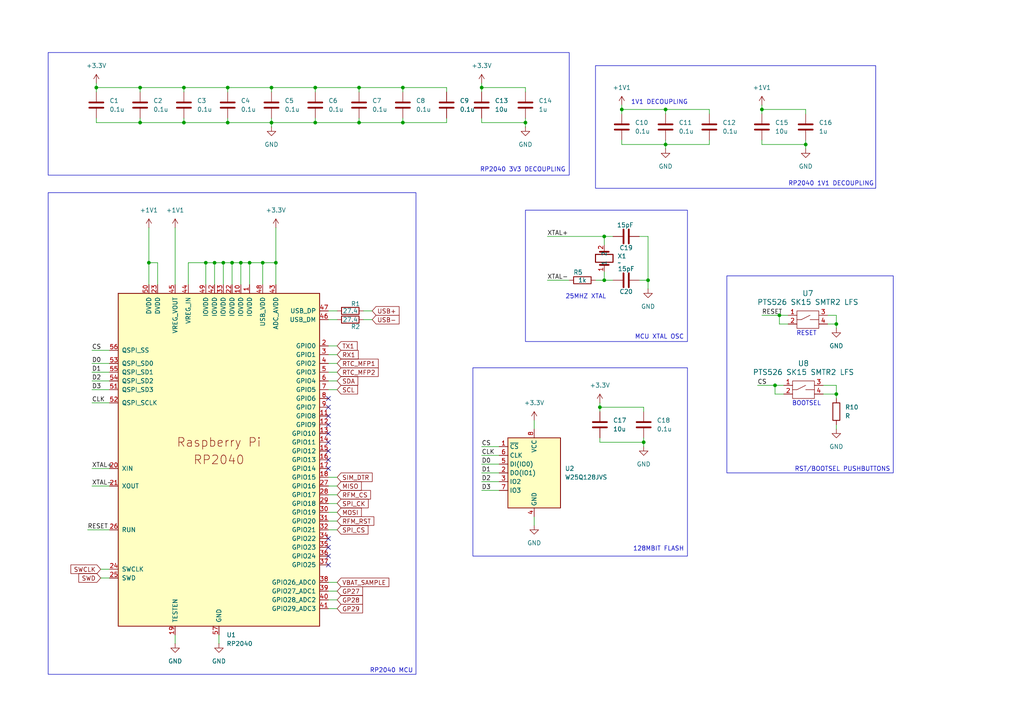
<source format=kicad_sch>
(kicad_sch (version 20231120) (generator "eeschema") (generator_version "8.0")
  (paper "A4")
  (lib_symbols
    (symbol "2024-05-28_14-35-54:PTS526_SK15_SMTR2_LFS" (pin_names (offset 0.254))
      (property "Reference" "U" (at 20.32 10.16 0))
      (property "Value" "PTS526 SK15 SMTR2 LFS" (at 20.32 7.62 0))
      (symbol "PTS526_SK15_SMTR2_LFS_1_1"
        (rectangle (start -3.81 1.27) (end 2.54 -3.81))
        (polyline (pts (xy -3.81 -1.27) (xy -2.54 -1.27)))
        (polyline (pts (xy -2.54 -1.27) (xy 0 0)))
        (polyline (pts (xy 2.54 -1.27) (xy 0 -1.27)))
        (pin passive line (at -6.35 0 0) (length 2.54) (name "") (number "1"))
        (pin passive line (at -6.35 -2.54 0) (length 2.54) (name "") (number "2"))
        (pin passive line (at 5.08 0 180) (length 2.54) (name "") (number "3"))
        (pin passive line (at 5.08 -2.54 180) (length 2.54) (name "") (number "4"))
      )
    )
    (symbol "Device:C" (pin_numbers hide) (pin_names (offset 0.254))
      (property "Reference" "C" (at 0.635 2.54 0))
      (property "Value" "C" (at 0.635 -2.54 0))
      (symbol "C_0_1"
        (polyline (pts (xy -2.032 -0.762) (xy 2.032 -0.762)) (stroke (width 0.508)))
        (polyline (pts (xy -2.032 0.762) (xy 2.032 0.762)) (stroke (width 0.508)))
      )
      (symbol "C_1_1"
        (pin passive line (at 0 3.81 270) (length 2.794) (name "~") (number "1"))
        (pin passive line (at 0 -3.81 90) (length 2.794) (name "~") (number "2"))
      )
    )
    (symbol "Device:R" (pin_numbers hide) (pin_names (offset 0))
      (property "Reference" "R" (at 2.032 0 90))
      (property "Value" "R" (at 0 0 90))
      (symbol "R_0_1"
        (rectangle (start -1.016 -2.54) (end 1.016 2.54) (stroke (width 0.254)))
      )
      (symbol "R_1_1"
        (pin passive line (at 0 3.81 270) (length 1.27) (name "~") (number "1"))
        (pin passive line (at 0 -3.81 90) (length 1.27) (name "~") (number "2"))
      )
    )
    (symbol "Device:XTAL-445"
      (property "Reference" "X" (at 0 0 0))
      (symbol "XTAL-445_0_1"
        (rectangle (start -1.143 -1.27) (end 1.143 -6.35) (stroke (width 0.3048)))
        (polyline (pts (xy -2.54 -3.81) (xy -1.905 -3.81)))
        (polyline (pts (xy -1.905 -5.08) (xy -1.905 -2.54)) (stroke (width 0.508)))
        (polyline (pts (xy 1.905 -5.08) (xy 1.905 -2.54)) (stroke (width 0.508)))
        (polyline (pts (xy 2.54 -3.81) (xy 1.905 -3.81)))
      )
      (symbol "XTAL-445_1_1"
        (pin passive line (at -3.81 -3.81 0) (length 1.27) (name "1") (number "1"))
        (pin passive line (at 3.81 -3.81 180) (length 1.27) (name "2") (number "2"))
      )
    )
    (symbol "MCU_RaspberryPi_RP2040:RP2040" (pin_names (offset 1.016))
      (property "Reference" "U" (at -29.21 49.53 0))
      (property "Value" "RP2040" (at 24.13 -49.53 0))
      (symbol "RP2040_0_0"
        (text "Raspberry Pi" (at 0 5.08 0) (effects (font (size 2.54 2.54))))
        (text "RP2040" (at 0 0 0) (effects (font (size 2.54 2.54))))
      )
      (symbol "RP2040_0_1"
        (rectangle (start 29.21 48.26) (end -29.21 -48.26) (stroke (width 0.254)) (fill (type background)))
      )
      (symbol "RP2040_1_1"
        (pin power_in line (at 8.89 50.8 270) (length 2.54) (name "IOVDD") (number "1"))
        (pin power_in line (at 6.35 50.8 270) (length 2.54) (name "IOVDD") (number "10"))
        (pin bidirectional line (at 31.75 12.7 180) (length 2.54) (name "GPIO8") (number "11"))
        (pin bidirectional line (at 31.75 10.16 180) (length 2.54) (name "GPIO9") (number "12"))
        (pin bidirectional line (at 31.75 7.62 180) (length 2.54) (name "GPIO10") (number "13"))
        (pin bidirectional line (at 31.75 5.08 180) (length 2.54) (name "GPIO11") (number "14"))
        (pin bidirectional line (at 31.75 2.54 180) (length 2.54) (name "GPIO12") (number "15"))
        (pin bidirectional line (at 31.75 0 180) (length 2.54) (name "GPIO13") (number "16"))
        (pin bidirectional line (at 31.75 -2.54 180) (length 2.54) (name "GPIO14") (number "17"))
        (pin bidirectional line (at 31.75 -5.08 180) (length 2.54) (name "GPIO15") (number "18"))
        (pin passive line (at -12.7 -50.8 90) (length 2.54) (name "TESTEN") (number "19"))
        (pin bidirectional line (at 31.75 33.02 180) (length 2.54) (name "GPIO0") (number "2"))
        (pin input line (at -31.75 -2.54 0) (length 2.54) (name "XIN") (number "20"))
        (pin passive line (at -31.75 -7.62 0) (length 2.54) (name "XOUT") (number "21"))
        (pin power_in line (at 3.81 50.8 270) (length 2.54) (name "IOVDD") (number "22"))
        (pin power_in line (at -17.78 50.8 270) (length 2.54) (name "DVDD") (number "23"))
        (pin output line (at -31.75 -31.75 0) (length 2.54) (name "SWCLK") (number "24"))
        (pin bidirectional line (at -31.75 -34.29 0) (length 2.54) (name "SWD") (number "25"))
        (pin input line (at -31.75 -20.32 0) (length 2.54) (name "RUN") (number "26"))
        (pin bidirectional line (at 31.75 -7.62 180) (length 2.54) (name "GPIO16") (number "27"))
        (pin bidirectional line (at 31.75 -10.16 180) (length 2.54) (name "GPIO17") (number "28"))
        (pin bidirectional line (at 31.75 -12.7 180) (length 2.54) (name "GPIO18") (number "29"))
        (pin bidirectional line (at 31.75 30.48 180) (length 2.54) (name "GPIO1") (number "3"))
        (pin bidirectional line (at 31.75 -15.24 180) (length 2.54) (name "GPIO19") (number "30"))
        (pin bidirectional line (at 31.75 -17.78 180) (length 2.54) (name "GPIO20") (number "31"))
        (pin bidirectional line (at 31.75 -20.32 180) (length 2.54) (name "GPIO21") (number "32"))
        (pin power_in line (at 1.27 50.8 270) (length 2.54) (name "IOVDD") (number "33"))
        (pin bidirectional line (at 31.75 -22.86 180) (length 2.54) (name "GPIO22") (number "34"))
        (pin bidirectional line (at 31.75 -25.4 180) (length 2.54) (name "GPIO23") (number "35"))
        (pin bidirectional line (at 31.75 -27.94 180) (length 2.54) (name "GPIO24") (number "36"))
        (pin bidirectional line (at 31.75 -30.48 180) (length 2.54) (name "GPIO25") (number "37"))
        (pin bidirectional line (at 31.75 -35.56 180) (length 2.54) (name "GPIO26_ADC0") (number "38"))
        (pin bidirectional line (at 31.75 -38.1 180) (length 2.54) (name "GPIO27_ADC1") (number "39"))
        (pin bidirectional line (at 31.75 27.94 180) (length 2.54) (name "GPIO2") (number "4"))
        (pin bidirectional line (at 31.75 -40.64 180) (length 2.54) (name "GPIO28_ADC2") (number "40"))
        (pin bidirectional line (at 31.75 -43.18 180) (length 2.54) (name "GPIO29_ADC3") (number "41"))
        (pin power_in line (at -1.27 50.8 270) (length 2.54) (name "IOVDD") (number "42"))
        (pin power_in line (at 16.51 50.8 270) (length 2.54) (name "ADC_AVDD") (number "43"))
        (pin power_in line (at -8.89 50.8 270) (length 2.54) (name "VREG_IN") (number "44"))
        (pin power_out line (at -12.7 50.8 270) (length 2.54) (name "VREG_VOUT") (number "45"))
        (pin bidirectional line (at 31.75 40.64 180) (length 2.54) (name "USB_DM") (number "46"))
        (pin bidirectional line (at 31.75 43.18 180) (length 2.54) (name "USB_DP") (number "47"))
        (pin power_in line (at 12.7 50.8 270) (length 2.54) (name "USB_VDD") (number "48"))
        (pin power_in line (at -3.81 50.8 270) (length 2.54) (name "IOVDD") (number "49"))
        (pin bidirectional line (at 31.75 25.4 180) (length 2.54) (name "GPIO3") (number "5"))
        (pin power_in line (at -20.32 50.8 270) (length 2.54) (name "DVDD") (number "50"))
        (pin bidirectional line (at -31.75 20.32 0) (length 2.54) (name "QSPI_SD3") (number "51"))
        (pin output line (at -31.75 16.51 0) (length 2.54) (name "QSPI_SCLK") (number "52"))
        (pin bidirectional line (at -31.75 27.94 0) (length 2.54) (name "QSPI_SD0") (number "53"))
        (pin bidirectional line (at -31.75 22.86 0) (length 2.54) (name "QSPI_SD2") (number "54"))
        (pin bidirectional line (at -31.75 25.4 0) (length 2.54) (name "QSPI_SD1") (number "55"))
        (pin bidirectional line (at -31.75 31.75 0) (length 2.54) (name "QSPI_SS") (number "56"))
        (pin power_in line (at 0 -50.8 90) (length 2.54) (name "GND") (number "57"))
        (pin bidirectional line (at 31.75 22.86 180) (length 2.54) (name "GPIO4") (number "6"))
        (pin bidirectional line (at 31.75 20.32 180) (length 2.54) (name "GPIO5") (number "7"))
        (pin bidirectional line (at 31.75 17.78 180) (length 2.54) (name "GPIO6") (number "8"))
        (pin bidirectional line (at 31.75 15.24 180) (length 2.54) (name "GPIO7") (number "9"))
      )
    )
    (symbol "Memory_Flash:W25Q128JVS"
      (property "Reference" "U" (at -8.89 8.89 0))
      (property "Value" "W25Q128JVS" (at 7.62 8.89 0))
      (symbol "W25Q128JVS_0_1"
        (rectangle (start -7.62 10.16) (end 7.62 -10.16) (stroke (width 0.254)) (fill (type background)))
      )
      (symbol "W25Q128JVS_1_1"
        (pin input line (at -10.16 7.62 0) (length 2.54) (name "~{CS}") (number "1"))
        (pin bidirectional line (at -10.16 0 0) (length 2.54) (name "DO(IO1)") (number "2"))
        (pin bidirectional line (at -10.16 -2.54 0) (length 2.54) (name "IO2") (number "3"))
        (pin power_in line (at 0 -12.7 90) (length 2.54) (name "GND") (number "4"))
        (pin bidirectional line (at -10.16 2.54 0) (length 2.54) (name "DI(IO0)") (number "5"))
        (pin input line (at -10.16 5.08 0) (length 2.54) (name "CLK") (number "6"))
        (pin bidirectional line (at -10.16 -5.08 0) (length 2.54) (name "IO3") (number "7"))
        (pin power_in line (at 0 12.7 270) (length 2.54) (name "VCC") (number "8"))
      )
    )
    (symbol "power:+1V1" (power) (pin_numbers hide) (pin_names (offset 0) hide)
      (property "Value" "+1V1" (at 0 3.556 0))
      (symbol "+1V1_0_1"
        (polyline (pts (xy -0.762 1.27) (xy 0 2.54)))
        (polyline (pts (xy 0 0) (xy 0 2.54)))
        (polyline (pts (xy 0 2.54) (xy 0.762 1.27)))
      )
      (symbol "+1V1_1_1"
        (pin power_in line (at 0 0 90) (length 0) (name "~") (number "1"))
      )
    )
    (symbol "power:+3.3V" (power) (pin_numbers hide) (pin_names (offset 0) hide)
      (property "Value" "+3.3V" (at 0 3.556 0))
      (symbol "+3.3V_0_1"
        (polyline (pts (xy -0.762 1.27) (xy 0 2.54)))
        (polyline (pts (xy 0 0) (xy 0 2.54)))
        (polyline (pts (xy 0 2.54) (xy 0.762 1.27)))
      )
      (symbol "+3.3V_1_1"
        (pin power_in line (at 0 0 90) (length 0) (name "~") (number "1"))
      )
    )
    (symbol "power:GND" (power) (pin_numbers hide) (pin_names (offset 0) hide)
      (property "Value" "GND" (at 0 -3.81 0))
      (symbol "GND_0_1"
        (polyline (pts (xy 0 0) (xy 0 -1.27) (xy 1.27 -1.27) (xy 0 -2.54) (xy -1.27 -1.27) (xy 0 -1.27)))
      )
      (symbol "GND_1_1"
        (pin power_in line (at 0 0 270) (length 0) (name "~") (number "1"))
      )
    )
  )
  (junction (at 173.99 118.11))
  (junction (at 53.34 35.56))
  (junction (at 66.04 35.56))
  (junction (at 193.04 41.91))
  (junction (at 152.4 35.56))
  (junction (at 233.68 41.91))
  (junction (at 76.2 76.2))
  (junction (at 242.57 114.3))
  (junction (at 116.84 25.4))
  (junction (at 224.79 111.76))
  (junction (at 27.94 25.4))
  (junction (at 193.04 31.75))
  (junction (at 187.96 81.28))
  (junction (at 78.74 25.4))
  (junction (at 104.14 25.4))
  (junction (at 139.7 25.4))
  (junction (at 40.64 25.4))
  (junction (at 80.01 76.2))
  (junction (at 186.69 128.27))
  (junction (at 220.98 31.75))
  (junction (at 72.39 76.2))
  (junction (at 242.57 93.98))
  (junction (at 104.14 35.56))
  (junction (at 175.26 81.28))
  (junction (at 91.44 35.56))
  (junction (at 43.18 76.2))
  (junction (at 69.85 76.2))
  (junction (at 91.44 25.4))
  (junction (at 53.34 25.4))
  (junction (at 64.77 76.2))
  (junction (at 59.69 76.2))
  (junction (at 40.64 35.56))
  (junction (at 226.06 91.44))
  (junction (at 116.84 35.56))
  (junction (at 78.74 35.56))
  (junction (at 62.23 76.2))
  (junction (at 66.04 25.4))
  (junction (at 180.34 31.75))
  (junction (at 67.31 76.2))
  (junction (at 175.26 68.58))
  (no_connect (at 95.25 133.35))
  (no_connect (at 95.25 120.65))
  (no_connect (at 95.25 115.57))
  (no_connect (at 95.25 130.81))
  (no_connect (at 95.25 135.89))
  (no_connect (at 95.25 125.73))
  (no_connect (at 95.25 128.27))
  (no_connect (at 95.25 156.21))
  (no_connect (at 95.25 161.29))
  (no_connect (at 95.25 163.83))
  (no_connect (at 95.25 118.11))
  (no_connect (at 95.25 158.75))
  (no_connect (at 95.25 123.19))
  (wire (pts (xy 27.94 35.56) (xy 27.94 34.29)))
  (wire (pts (xy 76.2 82.55) (xy 76.2 76.2)))
  (wire (pts (xy 186.69 128.27) (xy 186.69 129.54)))
  (wire (pts (xy 242.57 123.19) (xy 242.57 124.46)))
  (wire (pts (xy 27.94 24.13) (xy 27.94 25.4)))
  (wire (pts (xy 193.04 40.64) (xy 193.04 41.91)))
  (wire (pts (xy 53.34 25.4) (xy 66.04 25.4)))
  (wire (pts (xy 67.31 76.2) (xy 69.85 76.2)))
  (wire (pts (xy 95.25 168.91) (xy 97.79 168.91)))
  (wire (pts (xy 27.94 25.4) (xy 40.64 25.4)))
  (wire (pts (xy 172.72 81.28) (xy 175.26 81.28)))
  (wire (pts (xy 95.25 146.05) (xy 97.79 146.05)))
  (wire (pts (xy 193.04 41.91) (xy 193.04 43.18)))
  (wire (pts (xy 139.7 35.56) (xy 152.4 35.56)))
  (wire (pts (xy 180.34 33.02) (xy 180.34 31.75)))
  (wire (pts (xy 91.44 35.56) (xy 78.74 35.56)))
  (wire (pts (xy 240.03 93.98) (xy 242.57 93.98)))
  (wire (pts (xy 187.96 81.28) (xy 185.42 81.28)))
  (wire (pts (xy 175.26 68.58) (xy 177.8 68.58)))
  (wire (pts (xy 95.25 153.67) (xy 97.79 153.67)))
  (wire (pts (xy 91.44 34.29) (xy 91.44 35.56)))
  (wire (pts (xy 78.74 34.29) (xy 78.74 35.56)))
  (wire (pts (xy 129.54 34.29) (xy 129.54 35.56)))
  (wire (pts (xy 59.69 76.2) (xy 59.69 82.55)))
  (wire (pts (xy 72.39 76.2) (xy 76.2 76.2)))
  (wire (pts (xy 62.23 76.2) (xy 62.23 82.55)))
  (wire (pts (xy 69.85 82.55) (xy 69.85 76.2)))
  (wire (pts (xy 219.71 111.76) (xy 224.79 111.76)))
  (wire (pts (xy 220.98 30.48) (xy 220.98 31.75)))
  (wire (pts (xy 40.64 25.4) (xy 53.34 25.4)))
  (wire (pts (xy 180.34 31.75) (xy 193.04 31.75)))
  (wire (pts (xy 78.74 35.56) (xy 66.04 35.56)))
  (wire (pts (xy 173.99 118.11) (xy 173.99 119.38)))
  (wire (pts (xy 116.84 25.4) (xy 116.84 26.67)))
  (wire (pts (xy 104.14 34.29) (xy 104.14 35.56)))
  (wire (pts (xy 104.14 25.4) (xy 104.14 26.67)))
  (wire (pts (xy 26.67 110.49) (xy 31.75 110.49)))
  (wire (pts (xy 242.57 111.76) (xy 242.57 114.3)))
  (wire (pts (xy 43.18 66.04) (xy 43.18 76.2)))
  (wire (pts (xy 95.25 148.59) (xy 97.79 148.59)))
  (wire (pts (xy 25.4 153.67) (xy 31.75 153.67)))
  (wire (pts (xy 80.01 66.04) (xy 80.01 76.2)))
  (wire (pts (xy 76.2 76.2) (xy 80.01 76.2)))
  (wire (pts (xy 139.7 132.08) (xy 144.78 132.08)))
  (wire (pts (xy 78.74 25.4) (xy 78.74 26.67)))
  (wire (pts (xy 104.14 35.56) (xy 91.44 35.56)))
  (wire (pts (xy 242.57 114.3) (xy 242.57 115.57)))
  (wire (pts (xy 50.8 184.15) (xy 50.8 186.69)))
  (wire (pts (xy 238.76 114.3) (xy 242.57 114.3)))
  (wire (pts (xy 228.6 93.98) (xy 226.06 93.98)))
  (wire (pts (xy 95.25 143.51) (xy 97.79 143.51)))
  (wire (pts (xy 43.18 76.2) (xy 43.18 82.55)))
  (wire (pts (xy 29.21 167.64) (xy 31.75 167.64)))
  (wire (pts (xy 187.96 68.58) (xy 187.96 81.28)))
  (wire (pts (xy 26.67 116.84) (xy 31.75 116.84)))
  (wire (pts (xy 26.67 107.95) (xy 31.75 107.95)))
  (wire (pts (xy 139.7 34.29) (xy 139.7 35.56)))
  (wire (pts (xy 158.75 68.58) (xy 175.26 68.58)))
  (wire (pts (xy 53.34 34.29) (xy 53.34 35.56)))
  (wire (pts (xy 78.74 35.56) (xy 78.74 36.83)))
  (wire (pts (xy 26.67 135.89) (xy 31.75 135.89)))
  (wire (pts (xy 95.25 138.43) (xy 97.79 138.43)))
  (wire (pts (xy 175.26 81.28) (xy 175.26 78.74)))
  (wire (pts (xy 154.94 149.86) (xy 154.94 152.4)))
  (wire (pts (xy 95.25 113.03) (xy 97.79 113.03)))
  (wire (pts (xy 26.67 101.6) (xy 31.75 101.6)))
  (wire (pts (xy 185.42 68.58) (xy 187.96 68.58)))
  (wire (pts (xy 139.7 137.16) (xy 144.78 137.16)))
  (wire (pts (xy 45.72 76.2) (xy 43.18 76.2)))
  (wire (pts (xy 95.25 100.33) (xy 97.79 100.33)))
  (wire (pts (xy 220.98 41.91) (xy 233.68 41.91)))
  (wire (pts (xy 220.98 40.64) (xy 220.98 41.91)))
  (wire (pts (xy 26.67 140.97) (xy 31.75 140.97)))
  (wire (pts (xy 69.85 76.2) (xy 72.39 76.2)))
  (wire (pts (xy 193.04 41.91) (xy 205.74 41.91)))
  (wire (pts (xy 177.8 81.28) (xy 175.26 81.28)))
  (wire (pts (xy 233.68 41.91) (xy 233.68 43.18)))
  (wire (pts (xy 129.54 35.56) (xy 116.84 35.56)))
  (wire (pts (xy 220.98 91.44) (xy 226.06 91.44)))
  (wire (pts (xy 233.68 40.64) (xy 233.68 41.91)))
  (wire (pts (xy 66.04 35.56) (xy 53.34 35.56)))
  (wire (pts (xy 139.7 129.54) (xy 144.78 129.54)))
  (wire (pts (xy 64.77 76.2) (xy 67.31 76.2)))
  (wire (pts (xy 139.7 25.4) (xy 152.4 25.4)))
  (wire (pts (xy 139.7 134.62) (xy 144.78 134.62)))
  (wire (pts (xy 53.34 35.56) (xy 40.64 35.56)))
  (wire (pts (xy 26.67 113.03) (xy 31.75 113.03)))
  (wire (pts (xy 186.69 119.38) (xy 186.69 118.11)))
  (wire (pts (xy 139.7 24.13) (xy 139.7 25.4)))
  (wire (pts (xy 226.06 93.98) (xy 226.06 91.44)))
  (wire (pts (xy 116.84 25.4) (xy 129.54 25.4)))
  (wire (pts (xy 180.34 41.91) (xy 193.04 41.91)))
  (wire (pts (xy 54.61 82.55) (xy 54.61 76.2)))
  (wire (pts (xy 95.25 107.95) (xy 97.79 107.95)))
  (wire (pts (xy 173.99 127) (xy 173.99 128.27)))
  (wire (pts (xy 242.57 91.44) (xy 240.03 91.44)))
  (wire (pts (xy 116.84 34.29) (xy 116.84 35.56)))
  (wire (pts (xy 220.98 31.75) (xy 220.98 33.02)))
  (wire (pts (xy 59.69 76.2) (xy 62.23 76.2)))
  (wire (pts (xy 95.25 176.53) (xy 97.79 176.53)))
  (wire (pts (xy 173.99 118.11) (xy 186.69 118.11)))
  (wire (pts (xy 91.44 25.4) (xy 91.44 26.67)))
  (wire (pts (xy 62.23 76.2) (xy 64.77 76.2)))
  (wire (pts (xy 40.64 25.4) (xy 40.64 26.67)))
  (wire (pts (xy 224.79 114.3) (xy 224.79 111.76)))
  (wire (pts (xy 40.64 34.29) (xy 40.64 35.56)))
  (wire (pts (xy 154.94 121.92) (xy 154.94 124.46)))
  (wire (pts (xy 205.74 41.91) (xy 205.74 40.64)))
  (wire (pts (xy 242.57 93.98) (xy 242.57 91.44)))
  (wire (pts (xy 139.7 142.24) (xy 144.78 142.24)))
  (wire (pts (xy 91.44 25.4) (xy 104.14 25.4)))
  (wire (pts (xy 205.74 31.75) (xy 205.74 33.02)))
  (wire (pts (xy 227.33 114.3) (xy 224.79 114.3)))
  (wire (pts (xy 95.25 140.97) (xy 97.79 140.97)))
  (wire (pts (xy 180.34 30.48) (xy 180.34 31.75)))
  (wire (pts (xy 193.04 31.75) (xy 193.04 33.02)))
  (wire (pts (xy 66.04 25.4) (xy 66.04 26.67)))
  (wire (pts (xy 173.99 128.27) (xy 186.69 128.27)))
  (wire (pts (xy 27.94 26.67) (xy 27.94 25.4)))
  (wire (pts (xy 50.8 66.04) (xy 50.8 82.55)))
  (wire (pts (xy 67.31 76.2) (xy 67.31 82.55)))
  (wire (pts (xy 152.4 35.56) (xy 152.4 36.83)))
  (wire (pts (xy 95.25 92.71) (xy 97.79 92.71)))
  (wire (pts (xy 95.25 110.49) (xy 97.79 110.49)))
  (wire (pts (xy 158.75 81.28) (xy 165.1 81.28)))
  (wire (pts (xy 152.4 26.67) (xy 152.4 25.4)))
  (wire (pts (xy 105.41 92.71) (xy 107.95 92.71)))
  (wire (pts (xy 116.84 35.56) (xy 104.14 35.56)))
  (wire (pts (xy 173.99 116.84) (xy 173.99 118.11)))
  (wire (pts (xy 95.25 105.41) (xy 97.79 105.41)))
  (wire (pts (xy 180.34 40.64) (xy 180.34 41.91)))
  (wire (pts (xy 95.25 102.87) (xy 97.79 102.87)))
  (wire (pts (xy 40.64 35.56) (xy 27.94 35.56)))
  (wire (pts (xy 220.98 31.75) (xy 233.68 31.75)))
  (wire (pts (xy 64.77 76.2) (xy 64.77 82.55)))
  (wire (pts (xy 95.25 151.13) (xy 97.79 151.13)))
  (wire (pts (xy 175.26 71.12) (xy 175.26 68.58)))
  (wire (pts (xy 95.25 171.45) (xy 97.79 171.45)))
  (wire (pts (xy 80.01 76.2) (xy 80.01 82.55)))
  (wire (pts (xy 45.72 76.2) (xy 45.72 82.55)))
  (wire (pts (xy 139.7 25.4) (xy 139.7 26.67)))
  (wire (pts (xy 187.96 81.28) (xy 187.96 83.82)))
  (wire (pts (xy 54.61 76.2) (xy 59.69 76.2)))
  (wire (pts (xy 78.74 25.4) (xy 91.44 25.4)))
  (wire (pts (xy 26.67 105.41) (xy 31.75 105.41)))
  (wire (pts (xy 95.25 90.17) (xy 97.79 90.17)))
  (wire (pts (xy 104.14 25.4) (xy 116.84 25.4)))
  (wire (pts (xy 66.04 25.4) (xy 78.74 25.4)))
  (wire (pts (xy 129.54 25.4) (xy 129.54 26.67)))
  (wire (pts (xy 53.34 25.4) (xy 53.34 26.67)))
  (wire (pts (xy 105.41 90.17) (xy 107.95 90.17)))
  (wire (pts (xy 63.5 184.15) (xy 63.5 186.69)))
  (wire (pts (xy 66.04 34.29) (xy 66.04 35.56)))
  (wire (pts (xy 152.4 35.56) (xy 152.4 34.29)))
  (wire (pts (xy 29.21 165.1) (xy 31.75 165.1)))
  (wire (pts (xy 242.57 95.25) (xy 242.57 93.98)))
  (wire (pts (xy 193.04 31.75) (xy 205.74 31.75)))
  (wire (pts (xy 226.06 91.44) (xy 228.6 91.44)))
  (wire (pts (xy 233.68 33.02) (xy 233.68 31.75)))
  (wire (pts (xy 95.25 173.99) (xy 97.79 173.99)))
  (wire (pts (xy 72.39 76.2) (xy 72.39 82.55)))
  (wire (pts (xy 186.69 128.27) (xy 186.69 127)))
  (wire (pts (xy 224.79 111.76) (xy 227.33 111.76)))
  (wire (pts (xy 139.7 139.7) (xy 144.78 139.7)))
  (wire (pts (xy 238.76 111.76) (xy 242.57 111.76)))
  (rectangle (start 13.97 15.24) (end 165.1 50.8))
  (rectangle (start 172.72 19.05) (end 254 54.61))
  (rectangle (start 152.4 60.96) (end 199.39 99.06))
  (rectangle (start 137.16 106.68) (end 199.39 161.29))
  (rectangle (start 210.82 80.01) (end 259.08 137.16))
  (rectangle (start 13.97 55.88) (end 120.65 195.58))
  (text "RST/BOOTSEL PUSHBUTTONS" (at 244.348 136.144 0) (effects (font (size 1.27 1.27))))
  (text "RP2040 3V3 DECOUPLING" (at 151.638 49.276 0) (effects (font (size 1.27 1.27))))
  (text "RP2040 MCU" (at 113.538 194.564 0) (effects (font (size 1.27 1.27))))
  (text "RESET" (at 233.934 96.774 0) (effects (font (size 1.27 1.27))))
  (text "RP2040 1V1 DECOUPLING" (at 241.046 53.34 0) (effects (font (size 1.27 1.27))))
  (text "BOOTSEL" (at 233.934 117.094 0) (effects (font (size 1.27 1.27))))
  (text "MCU XTAL OSC" (at 191.262 97.79 0) (effects (font (size 1.27 1.27))))
  (text "1V1 DECOUPLING" (at 191.262 29.718 0) (effects (font (size 1.27 1.27))))
  (text "25MHZ XTAL" (at 169.926 86.106 0) (effects (font (size 1.27 1.27))))
  (text "128MBIT FLASH" (at 191.008 159.258 0) (effects (font (size 1.27 1.27))))
  (label "D2" (at 26.67 110.49 0))
  (label "CS" (at 26.67 101.6 0))
  (label "CLK" (at 26.67 116.84 0))
  (label "D3" (at 26.67 113.03 0))
  (label "D3" (at 139.7 142.24 0))
  (label "XTAL+" (at 26.67 135.89 0))
  (label "XTAL-" (at 158.75 81.28 0))
  (label "D1" (at 26.67 107.95 0))
  (label "CS" (at 139.7 129.54 0))
  (label "D0" (at 26.67 105.41 0))
  (label "XTAL-" (at 26.67 140.97 0))
  (label "CLK" (at 139.7 132.08 0))
  (label "CS" (at 219.71 111.76 0))
  (label "RESET" (at 220.98 91.44 0))
  (label "XTAL+" (at 158.75 68.58 0))
  (label "D1" (at 139.7 137.16 0))
  (label "RESET" (at 25.4 153.67 0))
  (label "D2" (at 139.7 139.7 0))
  (label "D0" (at 139.7 134.62 0))
  (global_label "SPI_CK" (shape input) (at 97.79 146.05 0) (property "Intersheetrefs" "${INTERSHEET_REFS}" (effects (hide yes))))
  (global_label "RFM_RST" (shape input) (at 97.79 151.13 0) (property "Intersheetrefs" "${INTERSHEET_REFS}" (effects (hide yes))))
  (global_label "SDA" (shape input) (at 97.79 110.49 0) (property "Intersheetrefs" "${INTERSHEET_REFS}" (effects (hide yes))))
  (global_label "MISO" (shape input) (at 97.79 140.97 0) (property "Intersheetrefs" "${INTERSHEET_REFS}" (effects (hide yes))))
  (global_label "RTC_MFP2" (shape input) (at 97.79 107.95 0) (property "Intersheetrefs" "${INTERSHEET_REFS}" (effects (hide yes))))
  (global_label "RTC_MFP1" (shape input) (at 97.79 105.41 0) (property "Intersheetrefs" "${INTERSHEET_REFS}" (effects (hide yes))))
  (global_label "SIM_DTR" (shape input) (at 97.79 138.43 0) (property "Intersheetrefs" "${INTERSHEET_REFS}" (effects (hide yes))))
  (global_label "TX1" (shape input) (at 97.79 100.33 0) (property "Intersheetrefs" "${INTERSHEET_REFS}" (effects (hide yes))))
  (global_label "SWCLK" (shape input) (at 29.21 165.1 180) (property "Intersheetrefs" "${INTERSHEET_REFS}" (effects (hide yes))))
  (global_label "GP28" (shape input) (at 97.79 173.99 0) (property "Intersheetrefs" "${INTERSHEET_REFS}" (effects (hide yes))))
  (global_label "RFM_CS" (shape input) (at 97.79 143.51 0) (property "Intersheetrefs" "${INTERSHEET_REFS}" (effects (hide yes))))
  (global_label "RX1" (shape input) (at 97.79 102.87 0) (property "Intersheetrefs" "${INTERSHEET_REFS}" (effects (hide yes))))
  (global_label "SWD" (shape input) (at 29.21 167.64 180) (property "Intersheetrefs" "${INTERSHEET_REFS}" (effects (hide yes))))
  (global_label "GP29" (shape input) (at 97.79 176.53 0) (property "Intersheetrefs" "${INTERSHEET_REFS}" (effects (hide yes))))
  (global_label "VBAT_SAMPLE" (shape input) (at 97.79 168.91 0) (property "Intersheetrefs" "${INTERSHEET_REFS}" (effects (hide yes))))
  (global_label "MOSI" (shape input) (at 97.79 148.59 0) (property "Intersheetrefs" "${INTERSHEET_REFS}" (effects (hide yes))))
  (global_label "USB-" (shape input) (at 107.95 92.71 0) (property "Intersheetrefs" "${INTERSHEET_REFS}" (effects (hide yes))))
  (global_label "SCL" (shape input) (at 97.79 113.03 0) (property "Intersheetrefs" "${INTERSHEET_REFS}" (effects (hide yes))))
  (global_label "GP27" (shape input) (at 97.79 171.45 0) (property "Intersheetrefs" "${INTERSHEET_REFS}" (effects (hide yes))))
  (global_label "SPI_CS" (shape input) (at 97.79 153.67 0) (property "Intersheetrefs" "${INTERSHEET_REFS}" (effects (hide yes))))
  (global_label "USB+" (shape input) (at 107.95 90.17 0) (property "Intersheetrefs" "${INTERSHEET_REFS}" (effects (hide yes))))
  (symbol (lib_id "power:+1V1") (at 50.8 66.04 0) (unit 1)
    (property "Reference" "#PWR01" (effects (hide yes)))
    (property "Value" "+1V1" (at 50.8 60.96 0))
    (property "Description" "Power symbol creates a global label with name \"+1V1\"" (effects (hide yes)))
  )
  (symbol (lib_id "Device:R") (at 242.57 119.38 0) (unit 1)
    (property "Reference" "R10" (at 245.11 118.1099 0) (effects (justify left)))
    (property "Value" "R" (at 245.11 120.6499 0) (effects (justify left)))
    (property "Footprint" "Resistor_SMD:R_0805_2012Metric_Pad1.20x1.40mm_HandSolder" (effects (hide yes)))
    (property "Description" "Resistor" (effects (hide yes)))
  )
  (symbol (lib_id "Device:C") (at 53.34 30.48 0) (unit 1)
    (property "Reference" "C3" (at 57.15 29.2099 0) (effects (justify left)))
    (property "Value" "0.1u" (at 57.15 31.7499 0) (effects (justify left)))
    (property "Footprint" "Capacitor_SMD:C_0402_1005Metric_Pad0.74x0.62mm_HandSolder" (effects (hide yes)))
    (property "Description" "Unpolarized capacitor" (effects (hide yes)))
  )
  (symbol (lib_id "Device:R") (at 101.6 90.17 90) (unit 1)
    (property "Reference" "R1" (at 103.124 88.138 90))
    (property "Value" "27.4" (at 101.6 90.17 90))
    (property "Footprint" "Resistor_SMD:R_0603_1608Metric_Pad0.98x0.95mm_HandSolder" (effects (hide yes)))
    (property "Description" "Resistor" (effects (hide yes)))
  )
  (symbol (lib_id "power:GND") (at 50.8 186.69 0) (unit 1)
    (property "Reference" "#PWR03" (effects (hide yes)))
    (property "Value" "GND" (at 50.8 191.77 0))
    (property "Description" "Power symbol creates a global label with name \"GND\" , ground" (effects (hide yes)))
  )
  (symbol (lib_id "power:+3.3V") (at 173.99 116.84 0) (unit 1)
    (property "Reference" "#PWR016" (effects (hide yes)))
    (property "Value" "+3.3V" (at 173.99 111.76 0))
    (property "Description" "Power symbol creates a global label with name \"+3.3V\"" (effects (hide yes)))
  )
  (symbol (lib_id "MCU_RaspberryPi_RP2040:RP2040") (at 63.5 133.35 0) (unit 1)
    (property "Reference" "U1" (at 65.6941 184.15 0) (effects (justify left)))
    (property "Value" "RP2040" (at 65.6941 186.69 0) (effects (justify left)))
    (property "Footprint" "RP2040_minimal_r2:RP2040-QFN-56" (effects (hide yes)))
  )
  (symbol (lib_id "Device:C") (at 173.99 123.19 0) (unit 1)
    (property "Reference" "C17" (at 177.8 121.9199 0) (effects (justify left)))
    (property "Value" "10u" (at 177.8 124.4599 0) (effects (justify left)))
    (property "Footprint" "Capacitor_SMD:C_0805_2012Metric_Pad1.18x1.45mm_HandSolder" (effects (hide yes)))
    (property "Description" "Unpolarized capacitor" (effects (hide yes)))
  )
  (symbol (lib_id "power:+3.3V") (at 27.94 24.13 0) (unit 1)
    (property "Reference" "#PWR09" (effects (hide yes)))
    (property "Value" "+3.3V" (at 27.94 19.05 0))
    (property "Description" "Power symbol creates a global label with name \"+3.3V\"" (effects (hide yes)))
  )
  (symbol (lib_id "Device:C") (at 129.54 30.48 0) (unit 1)
    (property "Reference" "C9" (at 133.35 29.2099 0) (effects (justify left)))
    (property "Value" "0.1u" (at 133.35 31.7499 0) (effects (justify left)))
    (property "Footprint" "Capacitor_SMD:C_0402_1005Metric_Pad0.74x0.62mm_HandSolder" (effects (hide yes)))
    (property "Description" "Unpolarized capacitor" (effects (hide yes)))
  )
  (symbol (lib_id "power:GND") (at 187.96 83.82 0) (unit 1)
    (property "Reference" "#PWR025" (effects (hide yes)))
    (property "Value" "GND" (at 187.96 88.9 0))
    (property "Description" "Power symbol creates a global label with name \"GND\" , ground" (effects (hide yes)))
  )
  (symbol (lib_id "Device:C") (at 40.64 30.48 0) (unit 1)
    (property "Reference" "C2" (at 44.45 29.2099 0) (effects (justify left)))
    (property "Value" "0.1u" (at 44.45 31.7499 0) (effects (justify left)))
    (property "Footprint" "Capacitor_SMD:C_0402_1005Metric_Pad0.74x0.62mm_HandSolder" (effects (hide yes)))
    (property "Description" "Unpolarized capacitor" (effects (hide yes)))
  )
  (symbol (lib_id "Device:C") (at 181.61 68.58 90) (unit 1)
    (property "Reference" "C19" (at 181.61 71.882 90))
    (property "Value" "15pF" (at 181.356 65.278 90))
    (property "Footprint" "Capacitor_SMD:C_0402_1005Metric_Pad0.74x0.62mm_HandSolder" (effects (hide yes)))
    (property "Description" "Unpolarized capacitor" (effects (hide yes)))
  )
  (symbol (lib_id "Device:C") (at 91.44 30.48 0) (unit 1)
    (property "Reference" "C6" (at 95.25 29.2099 0) (effects (justify left)))
    (property "Value" "0.1u" (at 95.25 31.7499 0) (effects (justify left)))
    (property "Footprint" "Capacitor_SMD:C_0402_1005Metric_Pad0.74x0.62mm_HandSolder" (effects (hide yes)))
    (property "Description" "Unpolarized capacitor" (effects (hide yes)))
  )
  (symbol (lib_id "power:GND") (at 193.04 43.18 0) (unit 1)
    (property "Reference" "#PWR010" (effects (hide yes)))
    (property "Value" "GND" (at 193.04 48.26 0))
    (property "Description" "Power symbol creates a global label with name \"GND\" , ground" (effects (hide yes)))
  )
  (symbol (lib_id "Device:C") (at 181.61 81.28 90) (unit 1)
    (property "Reference" "C20" (at 181.61 84.582 90))
    (property "Value" "15pF" (at 181.61 77.978 90))
    (property "Footprint" "Capacitor_SMD:C_0402_1005Metric_Pad0.74x0.62mm_HandSolder" (effects (hide yes)))
    (property "Description" "Unpolarized capacitor" (effects (hide yes)))
  )
  (symbol (lib_id "power:+1V1") (at 220.98 30.48 0) (unit 1)
    (property "Reference" "#PWR014" (effects (hide yes)))
    (property "Value" "+1V1" (at 220.98 25.4 0))
    (property "Description" "Power symbol creates a global label with name \"+1V1\"" (effects (hide yes)))
  )
  (symbol (lib_id "Device:R") (at 168.91 81.28 90) (unit 1)
    (property "Reference" "R5" (at 167.64 78.994 90))
    (property "Value" "1k" (at 168.91 81.28 90))
    (property "Footprint" "Resistor_SMD:R_0805_2012Metric_Pad1.20x1.40mm_HandSolder" (effects (hide yes)))
    (property "Description" "Resistor" (effects (hide yes)))
  )
  (symbol (lib_id "power:GND") (at 242.57 124.46 0) (unit 1)
    (property "Reference" "#PWR040" (effects (hide yes)))
    (property "Value" "GND" (at 242.57 129.54 0))
    (property "Description" "Power symbol creates a global label with name \"GND\" , ground" (effects (hide yes)))
  )
  (symbol (lib_id "power:GND") (at 63.5 186.69 0) (unit 1)
    (property "Reference" "#PWR04" (effects (hide yes)))
    (property "Value" "GND" (at 63.5 191.77 0))
    (property "Description" "Power symbol creates a global label with name \"GND\" , ground" (effects (hide yes)))
  )
  (symbol (lib_id "Device:C") (at 104.14 30.48 0) (unit 1)
    (property "Reference" "C7" (at 107.95 29.2099 0) (effects (justify left)))
    (property "Value" "0.1u" (at 107.95 31.7499 0) (effects (justify left)))
    (property "Footprint" "Capacitor_SMD:C_0402_1005Metric_Pad0.74x0.62mm_HandSolder" (effects (hide yes)))
    (property "Description" "Unpolarized capacitor" (effects (hide yes)))
  )
  (symbol (lib_id "Memory_Flash:W25Q128JVS") (at 154.94 137.16 0) (unit 1)
    (property "Reference" "U2" (at 163.83 135.8899 0) (effects (justify left)))
    (property "Value" "W25Q128JVS" (at 163.83 138.4299 0) (effects (justify left)))
    (property "Footprint" "Package_SO:SOIC-8_5.23x5.23mm_P1.27mm" (effects (hide yes)))
    (property "Datasheet" "http://www.winbond.com/resource-files/w25q128jv_dtr%20revc%2003272018%20plus.pdf" (effects (hide yes)))
    (property "Description" "128Mb Serial Flash Memory, Standard/Dual/Quad SPI, SOIC-8" (effects (hide yes)))
  )
  (symbol (lib_id "power:+1V1") (at 180.34 30.48 0) (unit 1)
    (property "Reference" "#PWR08" (effects (hide yes)))
    (property "Value" "+1V1" (at 180.34 25.4 0))
    (property "Description" "Power symbol creates a global label with name \"+1V1\"" (effects (hide yes)))
  )
  (symbol (lib_id "power:+1V1") (at 43.18 66.04 0) (unit 1)
    (property "Reference" "#PWR07" (effects (hide yes)))
    (property "Value" "+1V1" (at 43.18 60.96 0))
    (property "Description" "Power symbol creates a global label with name \"+1V1\"" (effects (hide yes)))
  )
  (symbol (lib_id "Device:R") (at 101.6 92.71 90) (unit 1)
    (property "Reference" "R2" (at 103.124 94.742 90))
    (property "Value" "27.4" (at 101.6 92.71 90))
    (property "Footprint" "Resistor_SMD:R_0603_1608Metric_Pad0.98x0.95mm_HandSolder" (effects (hide yes)))
    (property "Description" "Resistor" (effects (hide yes)))
  )
  (symbol (lib_id "Device:XTAL-445") (at 171.45 74.93 90) (unit 1)
    (property "Reference" "X1" (at 179.07 74.2949 90) (effects (justify right)))
    (property "Value" "~" (at 179.07 76.2 90) (effects (justify right)))
    (property "Footprint" "WiSDOM:XTAL-445" (effects (hide yes)))
  )
  (symbol (lib_id "Device:C") (at 193.04 36.83 0) (unit 1)
    (property "Reference" "C11" (at 196.85 35.5599 0) (effects (justify left)))
    (property "Value" "0.1u" (at 196.85 38.0999 0) (effects (justify left)))
    (property "Footprint" "Capacitor_SMD:C_0402_1005Metric_Pad0.74x0.62mm_HandSolder" (effects (hide yes)))
    (property "Description" "Unpolarized capacitor" (effects (hide yes)))
  )
  (symbol (lib_id "Device:C") (at 116.84 30.48 0) (unit 1)
    (property "Reference" "C8" (at 120.65 29.2099 0) (effects (justify left)))
    (property "Value" "0.1u" (at 120.65 31.7499 0) (effects (justify left)))
    (property "Footprint" "Capacitor_SMD:C_0402_1005Metric_Pad0.74x0.62mm_HandSolder" (effects (hide yes)))
    (property "Description" "Unpolarized capacitor" (effects (hide yes)))
  )
  (symbol (lib_id "Device:C") (at 233.68 36.83 0) (unit 1)
    (property "Reference" "C16" (at 237.49 35.5599 0) (effects (justify left)))
    (property "Value" "1u" (at 237.49 38.0999 0) (effects (justify left)))
    (property "Footprint" "Capacitor_SMD:C_0805_2012Metric_Pad1.18x1.45mm_HandSolder" (effects (hide yes)))
    (property "Description" "Unpolarized capacitor" (effects (hide yes)))
  )
  (symbol (lib_id "Device:C") (at 152.4 30.48 0) (unit 1)
    (property "Reference" "C14" (at 156.21 29.2099 0) (effects (justify left)))
    (property "Value" "1u" (at 156.21 31.7499 0) (effects (justify left)))
    (property "Footprint" "Capacitor_SMD:C_0805_2012Metric_Pad1.18x1.45mm_HandSolder" (effects (hide yes)))
    (property "Description" "Unpolarized capacitor" (effects (hide yes)))
  )
  (symbol (lib_id "power:+3.3V") (at 139.7 24.13 0) (unit 1)
    (property "Reference" "#PWR012" (effects (hide yes)))
    (property "Value" "+3.3V" (at 139.7 19.05 0))
    (property "Description" "Power symbol creates a global label with name \"+3.3V\"" (effects (hide yes)))
  )
  (symbol (lib_id "power:GND") (at 152.4 36.83 0) (unit 1)
    (property "Reference" "#PWR013" (effects (hide yes)))
    (property "Value" "GND" (at 152.4 41.91 0))
    (property "Description" "Power symbol creates a global label with name \"GND\" , ground" (effects (hide yes)))
  )
  (symbol (lib_id "power:GND") (at 242.57 95.25 0) (unit 1)
    (property "Reference" "#PWR039" (effects (hide yes)))
    (property "Value" "GND" (at 242.57 100.33 0))
    (property "Description" "Power symbol creates a global label with name \"GND\" , ground" (effects (hide yes)))
  )
  (symbol (lib_id "Device:C") (at 139.7 30.48 0) (unit 1)
    (property "Reference" "C13" (at 143.51 29.2099 0) (effects (justify left)))
    (property "Value" "10u" (at 143.51 31.7499 0) (effects (justify left)))
    (property "Footprint" "Capacitor_SMD:C_0805_2012Metric_Pad1.18x1.45mm_HandSolder" (effects (hide yes)))
    (property "Description" "Unpolarized capacitor" (effects (hide yes)))
  )
  (symbol (lib_id "Device:C") (at 78.74 30.48 0) (unit 1)
    (property "Reference" "C5" (at 82.55 29.2099 0) (effects (justify left)))
    (property "Value" "0.1u" (at 82.55 31.7499 0) (effects (justify left)))
    (property "Footprint" "Capacitor_SMD:C_0402_1005Metric_Pad0.74x0.62mm_HandSolder" (effects (hide yes)))
    (property "Description" "Unpolarized capacitor" (effects (hide yes)))
  )
  (symbol (lib_id "power:GND") (at 78.74 36.83 0) (unit 1)
    (property "Reference" "#PWR011" (effects (hide yes)))
    (property "Value" "GND" (at 78.74 41.91 0))
    (property "Description" "Power symbol creates a global label with name \"GND\" , ground" (effects (hide yes)))
  )
  (symbol (lib_id "Device:C") (at 180.34 36.83 0) (unit 1)
    (property "Reference" "C10" (at 184.15 35.5599 0) (effects (justify left)))
    (property "Value" "0.1u" (at 184.15 38.0999 0) (effects (justify left)))
    (property "Footprint" "Capacitor_SMD:C_0402_1005Metric_Pad0.74x0.62mm_HandSolder" (effects (hide yes)))
    (property "Description" "Unpolarized capacitor" (effects (hide yes)))
  )
  (symbol (lib_id "power:+3.3V") (at 154.94 121.92 0) (unit 1)
    (property "Reference" "#PWR05" (effects (hide yes)))
    (property "Value" "+3.3V" (at 154.94 116.84 0))
    (property "Description" "Power symbol creates a global label with name \"+3.3V\"" (effects (hide yes)))
  )
  (symbol (lib_id "Device:C") (at 66.04 30.48 0) (unit 1)
    (property "Reference" "C4" (at 69.85 29.2099 0) (effects (justify left)))
    (property "Value" "0.1u" (at 69.85 31.7499 0) (effects (justify left)))
    (property "Footprint" "Capacitor_SMD:C_0402_1005Metric_Pad0.74x0.62mm_HandSolder" (effects (hide yes)))
    (property "Description" "Unpolarized capacitor" (effects (hide yes)))
  )
  (symbol (lib_id "Device:C") (at 27.94 30.48 0) (unit 1)
    (property "Reference" "C1" (at 31.75 29.2099 0) (effects (justify left)))
    (property "Value" "0.1u" (at 31.75 31.7499 0) (effects (justify left)))
    (property "Footprint" "Capacitor_SMD:C_0402_1005Metric_Pad0.74x0.62mm_HandSolder" (effects (hide yes)))
    (property "Description" "Unpolarized capacitor" (effects (hide yes)))
  )
  (symbol (lib_id "2024-05-28_14-35-54:PTS526_SK15_SMTR2_LFS") (at 234.95 91.44 0) (unit 1)
    (property "Reference" "U7" (at 234.315 85.09 0) (effects (font (size 1.524 1.524))))
    (property "Value" "PTS526 SK15 SMTR2 LFS" (at 234.315 87.63 0) (effects (font (size 1.524 1.524))))
    (property "Footprint" "WiSDOM:PTS526" (effects (hide yes)))
    (property "Datasheet" "PTS526 SK15 SMTR2 LFS" (effects (hide yes)))
  )
  (symbol (lib_id "power:GND") (at 233.68 43.18 0) (unit 1)
    (property "Reference" "#PWR015" (effects (hide yes)))
    (property "Value" "GND" (at 233.68 48.26 0))
    (property "Description" "Power symbol creates a global label with name \"GND\" , ground" (effects (hide yes)))
  )
  (symbol (lib_id "power:GND") (at 186.69 129.54 0) (unit 1)
    (property "Reference" "#PWR017" (effects (hide yes)))
    (property "Value" "GND" (at 186.69 134.62 0))
    (property "Description" "Power symbol creates a global label with name \"GND\" , ground" (effects (hide yes)))
  )
  (symbol (lib_id "2024-05-28_14-35-54:PTS526_SK15_SMTR2_LFS") (at 233.68 111.76 0) (unit 1)
    (property "Reference" "U8" (at 233.045 105.41 0) (effects (font (size 1.524 1.524))))
    (property "Value" "PTS526 SK15 SMTR2 LFS" (at 233.045 107.95 0) (effects (font (size 1.524 1.524))))
    (property "Footprint" "WiSDOM:PTS526" (effects (hide yes)))
    (property "Datasheet" "PTS526 SK15 SMTR2 LFS" (effects (hide yes)))
  )
  (symbol (lib_id "power:+3.3V") (at 80.01 66.04 0) (unit 1)
    (property "Reference" "#PWR02" (effects (hide yes)))
    (property "Value" "+3.3V" (at 80.01 60.96 0))
    (property "Description" "Power symbol creates a global label with name \"+3.3V\"" (effects (hide yes)))
  )
  (symbol (lib_id "power:GND") (at 154.94 152.4 0) (unit 1)
    (property "Reference" "#PWR06" (effects (hide yes)))
    (property "Value" "GND" (at 154.94 157.48 0))
    (property "Description" "Power symbol creates a global label with name \"GND\" , ground" (effects (hide yes)))
  )
  (symbol (lib_id "Device:C") (at 186.69 123.19 0) (unit 1)
    (property "Reference" "C18" (at 190.5 121.9199 0) (effects (justify left)))
    (property "Value" "0.1u" (at 190.5 124.4599 0) (effects (justify left)))
    (property "Footprint" "Capacitor_SMD:C_0402_1005Metric_Pad0.74x0.62mm_HandSolder" (effects (hide yes)))
    (property "Description" "Unpolarized capacitor" (effects (hide yes)))
  )
  (symbol (lib_id "Device:C") (at 220.98 36.83 0) (unit 1)
    (property "Reference" "C15" (at 224.79 35.5599 0) (effects (justify left)))
    (property "Value" "10u" (at 224.79 38.0999 0) (effects (justify left)))
    (property "Footprint" "Capacitor_SMD:C_0805_2012Metric_Pad1.18x1.45mm_HandSolder" (effects (hide yes)))
    (property "Description" "Unpolarized capacitor" (effects (hide yes)))
  )
  (symbol (lib_id "Device:C") (at 205.74 36.83 0) (unit 1)
    (property "Reference" "C12" (at 209.55 35.5599 0) (effects (justify left)))
    (property "Value" "0.1u" (at 209.55 38.0999 0) (effects (justify left)))
    (property "Footprint" "Capacitor_SMD:C_0402_1005Metric_Pad0.74x0.62mm_HandSolder" (effects (hide yes)))
    (property "Description" "Unpolarized capacitor" (effects (hide yes)))
  )
)
</source>
